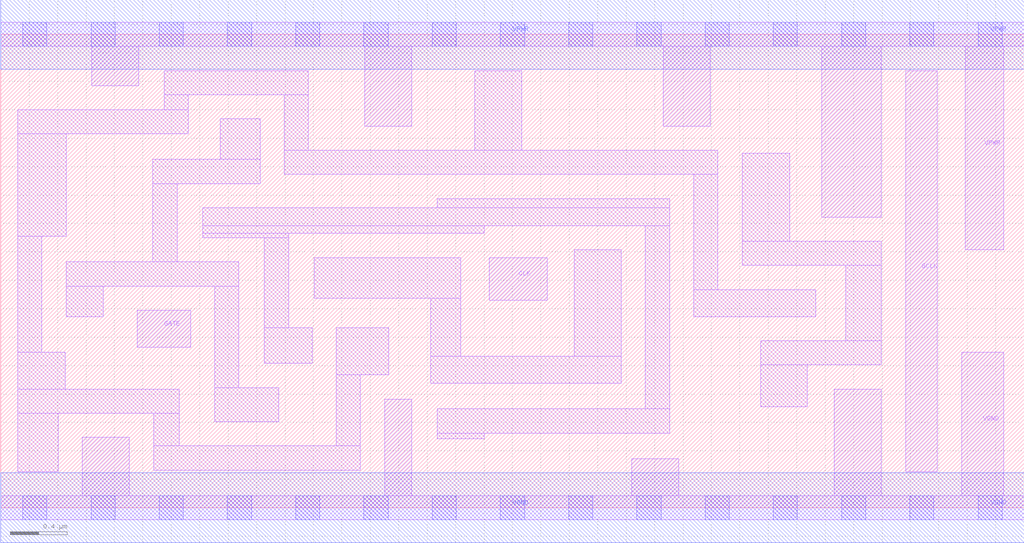
<source format=lef>
# Copyright 2020 The SkyWater PDK Authors
#
# Licensed under the Apache License, Version 2.0 (the "License");
# you may not use this file except in compliance with the License.
# You may obtain a copy of the License at
#
#     https://www.apache.org/licenses/LICENSE-2.0
#
# Unless required by applicable law or agreed to in writing, software
# distributed under the License is distributed on an "AS IS" BASIS,
# WITHOUT WARRANTIES OR CONDITIONS OF ANY KIND, either express or implied.
# See the License for the specific language governing permissions and
# limitations under the License.
#
# SPDX-License-Identifier: Apache-2.0

VERSION 5.7 ;
  NAMESCASESENSITIVE ON ;
  NOWIREEXTENSIONATPIN ON ;
  DIVIDERCHAR "/" ;
  BUSBITCHARS "[]" ;
UNITS
  DATABASE MICRONS 200 ;
END UNITS
MACRO sky130_fd_sc_lp__dlclkp_2
  CLASS CORE ;
  SOURCE USER ;
  FOREIGN sky130_fd_sc_lp__dlclkp_2 ;
  ORIGIN  0.000000  0.000000 ;
  SIZE  7.200000 BY  3.330000 ;
  SYMMETRY X Y R90 ;
  SITE unit ;
  PIN GATE
    ANTENNAGATEAREA  0.159000 ;
    DIRECTION INPUT ;
    USE SIGNAL ;
    PORT
      LAYER li1 ;
        RECT 0.960000 1.130000 1.335000 1.390000 ;
    END
  END GATE
  PIN GCLK
    ANTENNADIFFAREA  0.588000 ;
    DIRECTION OUTPUT ;
    USE SIGNAL ;
    PORT
      LAYER li1 ;
        RECT 6.365000 0.255000 6.590000 3.075000 ;
    END
  END GCLK
  PIN CLK
    ANTENNAGATEAREA  0.318000 ;
    DIRECTION INPUT ;
    USE CLOCK ;
    PORT
      LAYER li1 ;
        RECT 3.435000 1.460000 3.845000 1.760000 ;
    END
  END CLK
  PIN VGND
    DIRECTION INOUT ;
    USE GROUND ;
    PORT
      LAYER li1 ;
        RECT 0.000000 -0.085000 7.200000 0.085000 ;
        RECT 0.575000  0.085000 0.905000 0.495000 ;
        RECT 2.700000  0.085000 2.890000 0.765000 ;
        RECT 4.440000  0.085000 4.770000 0.345000 ;
        RECT 5.865000  0.085000 6.195000 0.835000 ;
        RECT 6.760000  0.085000 7.055000 1.095000 ;
      LAYER mcon ;
        RECT 0.155000 -0.085000 0.325000 0.085000 ;
        RECT 0.635000 -0.085000 0.805000 0.085000 ;
        RECT 1.115000 -0.085000 1.285000 0.085000 ;
        RECT 1.595000 -0.085000 1.765000 0.085000 ;
        RECT 2.075000 -0.085000 2.245000 0.085000 ;
        RECT 2.555000 -0.085000 2.725000 0.085000 ;
        RECT 3.035000 -0.085000 3.205000 0.085000 ;
        RECT 3.515000 -0.085000 3.685000 0.085000 ;
        RECT 3.995000 -0.085000 4.165000 0.085000 ;
        RECT 4.475000 -0.085000 4.645000 0.085000 ;
        RECT 4.955000 -0.085000 5.125000 0.085000 ;
        RECT 5.435000 -0.085000 5.605000 0.085000 ;
        RECT 5.915000 -0.085000 6.085000 0.085000 ;
        RECT 6.395000 -0.085000 6.565000 0.085000 ;
        RECT 6.875000 -0.085000 7.045000 0.085000 ;
      LAYER met1 ;
        RECT 0.000000 -0.245000 7.200000 0.245000 ;
    END
  END VGND
  PIN VPWR
    DIRECTION INOUT ;
    USE POWER ;
    PORT
      LAYER li1 ;
        RECT 0.000000 3.245000 7.200000 3.415000 ;
        RECT 0.640000 2.970000 0.970000 3.245000 ;
        RECT 2.560000 2.685000 2.890000 3.245000 ;
        RECT 4.660000 2.685000 4.990000 3.245000 ;
        RECT 5.775000 2.045000 6.195000 3.245000 ;
        RECT 6.785000 1.815000 7.055000 3.245000 ;
      LAYER mcon ;
        RECT 0.155000 3.245000 0.325000 3.415000 ;
        RECT 0.635000 3.245000 0.805000 3.415000 ;
        RECT 1.115000 3.245000 1.285000 3.415000 ;
        RECT 1.595000 3.245000 1.765000 3.415000 ;
        RECT 2.075000 3.245000 2.245000 3.415000 ;
        RECT 2.555000 3.245000 2.725000 3.415000 ;
        RECT 3.035000 3.245000 3.205000 3.415000 ;
        RECT 3.515000 3.245000 3.685000 3.415000 ;
        RECT 3.995000 3.245000 4.165000 3.415000 ;
        RECT 4.475000 3.245000 4.645000 3.415000 ;
        RECT 4.955000 3.245000 5.125000 3.415000 ;
        RECT 5.435000 3.245000 5.605000 3.415000 ;
        RECT 5.915000 3.245000 6.085000 3.415000 ;
        RECT 6.395000 3.245000 6.565000 3.415000 ;
        RECT 6.875000 3.245000 7.045000 3.415000 ;
      LAYER met1 ;
        RECT 0.000000 3.085000 7.200000 3.575000 ;
    END
  END VPWR
  OBS
    LAYER li1 ;
      RECT 0.120000 0.255000 0.405000 0.665000 ;
      RECT 0.120000 0.665000 1.255000 0.835000 ;
      RECT 0.120000 0.835000 0.455000 1.095000 ;
      RECT 0.120000 1.095000 0.290000 1.910000 ;
      RECT 0.120000 1.910000 0.460000 2.630000 ;
      RECT 0.120000 2.630000 1.320000 2.800000 ;
      RECT 0.460000 1.345000 0.720000 1.560000 ;
      RECT 0.460000 1.560000 1.675000 1.730000 ;
      RECT 1.070000 1.730000 1.240000 2.280000 ;
      RECT 1.070000 2.280000 1.825000 2.450000 ;
      RECT 1.075000 0.265000 2.530000 0.435000 ;
      RECT 1.075000 0.435000 1.255000 0.665000 ;
      RECT 1.150000 2.800000 1.320000 2.905000 ;
      RECT 1.150000 2.905000 2.165000 3.075000 ;
      RECT 1.420000 1.900000 2.025000 1.930000 ;
      RECT 1.420000 1.930000 3.400000 1.985000 ;
      RECT 1.420000 1.985000 4.705000 2.110000 ;
      RECT 1.505000 0.605000 1.955000 0.845000 ;
      RECT 1.505000 0.845000 1.675000 1.560000 ;
      RECT 1.545000 2.450000 1.825000 2.735000 ;
      RECT 1.855000 1.015000 2.190000 1.265000 ;
      RECT 1.855000 1.265000 2.025000 1.900000 ;
      RECT 1.995000 2.345000 5.045000 2.515000 ;
      RECT 1.995000 2.515000 2.165000 2.905000 ;
      RECT 2.205000 1.475000 3.235000 1.760000 ;
      RECT 2.360000 0.435000 2.530000 0.935000 ;
      RECT 2.360000 0.935000 2.730000 1.265000 ;
      RECT 3.025000 0.875000 4.365000 1.065000 ;
      RECT 3.025000 1.065000 3.235000 1.475000 ;
      RECT 3.070000 0.485000 3.400000 0.525000 ;
      RECT 3.070000 0.525000 4.705000 0.695000 ;
      RECT 3.070000 2.110000 4.705000 2.175000 ;
      RECT 3.335000 2.515000 3.665000 3.075000 ;
      RECT 4.035000 1.065000 4.365000 1.815000 ;
      RECT 4.535000 0.695000 4.705000 1.985000 ;
      RECT 4.875000 1.345000 5.735000 1.535000 ;
      RECT 4.875000 1.535000 5.045000 2.345000 ;
      RECT 5.215000 1.705000 6.195000 1.875000 ;
      RECT 5.215000 1.875000 5.550000 2.495000 ;
      RECT 5.345000 0.710000 5.675000 1.005000 ;
      RECT 5.345000 1.005000 6.195000 1.175000 ;
      RECT 5.945000 1.175000 6.195000 1.705000 ;
  END
END sky130_fd_sc_lp__dlclkp_2

</source>
